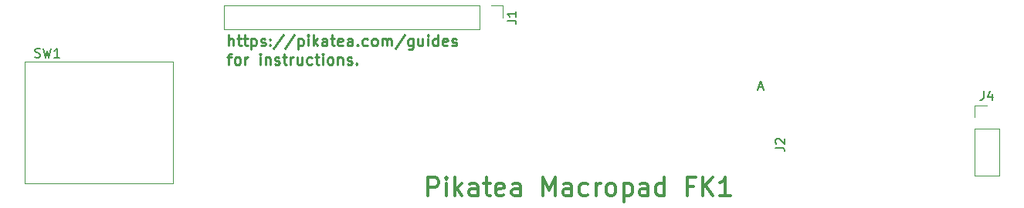
<source format=gbr>
%TF.GenerationSoftware,KiCad,Pcbnew,(5.1.6)-1*%
%TF.CreationDate,2022-01-12T10:05:38-06:00*%
%TF.ProjectId,Pikatea Macropad FK1,50696b61-7465-4612-904d-6163726f7061,rev?*%
%TF.SameCoordinates,Original*%
%TF.FileFunction,Legend,Top*%
%TF.FilePolarity,Positive*%
%FSLAX46Y46*%
G04 Gerber Fmt 4.6, Leading zero omitted, Abs format (unit mm)*
G04 Created by KiCad (PCBNEW (5.1.6)-1) date 2022-01-12 10:05:38*
%MOMM*%
%LPD*%
G01*
G04 APERTURE LIST*
%ADD10C,0.250000*%
%ADD11C,0.150000*%
%ADD12C,0.300000*%
%ADD13C,0.120000*%
G04 APERTURE END LIST*
D10*
X114659314Y-96456957D02*
X114659314Y-95256957D01*
X115173600Y-96456957D02*
X115173600Y-95828385D01*
X115116457Y-95714100D01*
X115002171Y-95656957D01*
X114830742Y-95656957D01*
X114716457Y-95714100D01*
X114659314Y-95771242D01*
X115573600Y-95656957D02*
X116030742Y-95656957D01*
X115745028Y-95256957D02*
X115745028Y-96285528D01*
X115802171Y-96399814D01*
X115916457Y-96456957D01*
X116030742Y-96456957D01*
X116259314Y-95656957D02*
X116716457Y-95656957D01*
X116430742Y-95256957D02*
X116430742Y-96285528D01*
X116487885Y-96399814D01*
X116602171Y-96456957D01*
X116716457Y-96456957D01*
X117116457Y-95656957D02*
X117116457Y-96856957D01*
X117116457Y-95714100D02*
X117230742Y-95656957D01*
X117459314Y-95656957D01*
X117573600Y-95714100D01*
X117630742Y-95771242D01*
X117687885Y-95885528D01*
X117687885Y-96228385D01*
X117630742Y-96342671D01*
X117573600Y-96399814D01*
X117459314Y-96456957D01*
X117230742Y-96456957D01*
X117116457Y-96399814D01*
X118145028Y-96399814D02*
X118259314Y-96456957D01*
X118487885Y-96456957D01*
X118602171Y-96399814D01*
X118659314Y-96285528D01*
X118659314Y-96228385D01*
X118602171Y-96114100D01*
X118487885Y-96056957D01*
X118316457Y-96056957D01*
X118202171Y-95999814D01*
X118145028Y-95885528D01*
X118145028Y-95828385D01*
X118202171Y-95714100D01*
X118316457Y-95656957D01*
X118487885Y-95656957D01*
X118602171Y-95714100D01*
X119173600Y-96342671D02*
X119230742Y-96399814D01*
X119173600Y-96456957D01*
X119116457Y-96399814D01*
X119173600Y-96342671D01*
X119173600Y-96456957D01*
X119173600Y-95714100D02*
X119230742Y-95771242D01*
X119173600Y-95828385D01*
X119116457Y-95771242D01*
X119173600Y-95714100D01*
X119173600Y-95828385D01*
X120602171Y-95199814D02*
X119573600Y-96742671D01*
X121859314Y-95199814D02*
X120830742Y-96742671D01*
X122259314Y-95656957D02*
X122259314Y-96856957D01*
X122259314Y-95714100D02*
X122373600Y-95656957D01*
X122602171Y-95656957D01*
X122716457Y-95714100D01*
X122773600Y-95771242D01*
X122830742Y-95885528D01*
X122830742Y-96228385D01*
X122773600Y-96342671D01*
X122716457Y-96399814D01*
X122602171Y-96456957D01*
X122373600Y-96456957D01*
X122259314Y-96399814D01*
X123345028Y-96456957D02*
X123345028Y-95656957D01*
X123345028Y-95256957D02*
X123287885Y-95314100D01*
X123345028Y-95371242D01*
X123402171Y-95314100D01*
X123345028Y-95256957D01*
X123345028Y-95371242D01*
X123916457Y-96456957D02*
X123916457Y-95256957D01*
X124030742Y-95999814D02*
X124373600Y-96456957D01*
X124373600Y-95656957D02*
X123916457Y-96114100D01*
X125402171Y-96456957D02*
X125402171Y-95828385D01*
X125345028Y-95714100D01*
X125230742Y-95656957D01*
X125002171Y-95656957D01*
X124887885Y-95714100D01*
X125402171Y-96399814D02*
X125287885Y-96456957D01*
X125002171Y-96456957D01*
X124887885Y-96399814D01*
X124830742Y-96285528D01*
X124830742Y-96171242D01*
X124887885Y-96056957D01*
X125002171Y-95999814D01*
X125287885Y-95999814D01*
X125402171Y-95942671D01*
X125802171Y-95656957D02*
X126259314Y-95656957D01*
X125973600Y-95256957D02*
X125973600Y-96285528D01*
X126030742Y-96399814D01*
X126145028Y-96456957D01*
X126259314Y-96456957D01*
X127116457Y-96399814D02*
X127002171Y-96456957D01*
X126773600Y-96456957D01*
X126659314Y-96399814D01*
X126602171Y-96285528D01*
X126602171Y-95828385D01*
X126659314Y-95714100D01*
X126773600Y-95656957D01*
X127002171Y-95656957D01*
X127116457Y-95714100D01*
X127173600Y-95828385D01*
X127173600Y-95942671D01*
X126602171Y-96056957D01*
X128202171Y-96456957D02*
X128202171Y-95828385D01*
X128145028Y-95714100D01*
X128030742Y-95656957D01*
X127802171Y-95656957D01*
X127687885Y-95714100D01*
X128202171Y-96399814D02*
X128087885Y-96456957D01*
X127802171Y-96456957D01*
X127687885Y-96399814D01*
X127630742Y-96285528D01*
X127630742Y-96171242D01*
X127687885Y-96056957D01*
X127802171Y-95999814D01*
X128087885Y-95999814D01*
X128202171Y-95942671D01*
X128773600Y-96342671D02*
X128830742Y-96399814D01*
X128773600Y-96456957D01*
X128716457Y-96399814D01*
X128773600Y-96342671D01*
X128773600Y-96456957D01*
X129859314Y-96399814D02*
X129745028Y-96456957D01*
X129516457Y-96456957D01*
X129402171Y-96399814D01*
X129345028Y-96342671D01*
X129287885Y-96228385D01*
X129287885Y-95885528D01*
X129345028Y-95771242D01*
X129402171Y-95714100D01*
X129516457Y-95656957D01*
X129745028Y-95656957D01*
X129859314Y-95714100D01*
X130545028Y-96456957D02*
X130430742Y-96399814D01*
X130373600Y-96342671D01*
X130316457Y-96228385D01*
X130316457Y-95885528D01*
X130373600Y-95771242D01*
X130430742Y-95714100D01*
X130545028Y-95656957D01*
X130716457Y-95656957D01*
X130830742Y-95714100D01*
X130887885Y-95771242D01*
X130945028Y-95885528D01*
X130945028Y-96228385D01*
X130887885Y-96342671D01*
X130830742Y-96399814D01*
X130716457Y-96456957D01*
X130545028Y-96456957D01*
X131459314Y-96456957D02*
X131459314Y-95656957D01*
X131459314Y-95771242D02*
X131516457Y-95714100D01*
X131630742Y-95656957D01*
X131802171Y-95656957D01*
X131916457Y-95714100D01*
X131973600Y-95828385D01*
X131973600Y-96456957D01*
X131973600Y-95828385D02*
X132030742Y-95714100D01*
X132145028Y-95656957D01*
X132316457Y-95656957D01*
X132430742Y-95714100D01*
X132487885Y-95828385D01*
X132487885Y-96456957D01*
X133916457Y-95199814D02*
X132887885Y-96742671D01*
X134830742Y-95656957D02*
X134830742Y-96628385D01*
X134773600Y-96742671D01*
X134716457Y-96799814D01*
X134602171Y-96856957D01*
X134430742Y-96856957D01*
X134316457Y-96799814D01*
X134830742Y-96399814D02*
X134716457Y-96456957D01*
X134487885Y-96456957D01*
X134373600Y-96399814D01*
X134316457Y-96342671D01*
X134259314Y-96228385D01*
X134259314Y-95885528D01*
X134316457Y-95771242D01*
X134373600Y-95714100D01*
X134487885Y-95656957D01*
X134716457Y-95656957D01*
X134830742Y-95714100D01*
X135916457Y-95656957D02*
X135916457Y-96456957D01*
X135402171Y-95656957D02*
X135402171Y-96285528D01*
X135459314Y-96399814D01*
X135573600Y-96456957D01*
X135745028Y-96456957D01*
X135859314Y-96399814D01*
X135916457Y-96342671D01*
X136487885Y-96456957D02*
X136487885Y-95656957D01*
X136487885Y-95256957D02*
X136430742Y-95314100D01*
X136487885Y-95371242D01*
X136545028Y-95314100D01*
X136487885Y-95256957D01*
X136487885Y-95371242D01*
X137573600Y-96456957D02*
X137573600Y-95256957D01*
X137573600Y-96399814D02*
X137459314Y-96456957D01*
X137230742Y-96456957D01*
X137116457Y-96399814D01*
X137059314Y-96342671D01*
X137002171Y-96228385D01*
X137002171Y-95885528D01*
X137059314Y-95771242D01*
X137116457Y-95714100D01*
X137230742Y-95656957D01*
X137459314Y-95656957D01*
X137573600Y-95714100D01*
X138602171Y-96399814D02*
X138487885Y-96456957D01*
X138259314Y-96456957D01*
X138145028Y-96399814D01*
X138087885Y-96285528D01*
X138087885Y-95828385D01*
X138145028Y-95714100D01*
X138259314Y-95656957D01*
X138487885Y-95656957D01*
X138602171Y-95714100D01*
X138659314Y-95828385D01*
X138659314Y-95942671D01*
X138087885Y-96056957D01*
X139116457Y-96399814D02*
X139230742Y-96456957D01*
X139459314Y-96456957D01*
X139573600Y-96399814D01*
X139630742Y-96285528D01*
X139630742Y-96228385D01*
X139573600Y-96114100D01*
X139459314Y-96056957D01*
X139287885Y-96056957D01*
X139173600Y-95999814D01*
X139116457Y-95885528D01*
X139116457Y-95828385D01*
X139173600Y-95714100D01*
X139287885Y-95656957D01*
X139459314Y-95656957D01*
X139573600Y-95714100D01*
X114487885Y-97706957D02*
X114945028Y-97706957D01*
X114659314Y-98506957D02*
X114659314Y-97478385D01*
X114716457Y-97364100D01*
X114830742Y-97306957D01*
X114945028Y-97306957D01*
X115516457Y-98506957D02*
X115402171Y-98449814D01*
X115345028Y-98392671D01*
X115287885Y-98278385D01*
X115287885Y-97935528D01*
X115345028Y-97821242D01*
X115402171Y-97764100D01*
X115516457Y-97706957D01*
X115687885Y-97706957D01*
X115802171Y-97764100D01*
X115859314Y-97821242D01*
X115916457Y-97935528D01*
X115916457Y-98278385D01*
X115859314Y-98392671D01*
X115802171Y-98449814D01*
X115687885Y-98506957D01*
X115516457Y-98506957D01*
X116430742Y-98506957D02*
X116430742Y-97706957D01*
X116430742Y-97935528D02*
X116487885Y-97821242D01*
X116545028Y-97764100D01*
X116659314Y-97706957D01*
X116773600Y-97706957D01*
X118087885Y-98506957D02*
X118087885Y-97706957D01*
X118087885Y-97306957D02*
X118030742Y-97364100D01*
X118087885Y-97421242D01*
X118145028Y-97364100D01*
X118087885Y-97306957D01*
X118087885Y-97421242D01*
X118659314Y-97706957D02*
X118659314Y-98506957D01*
X118659314Y-97821242D02*
X118716457Y-97764100D01*
X118830742Y-97706957D01*
X119002171Y-97706957D01*
X119116457Y-97764100D01*
X119173600Y-97878385D01*
X119173600Y-98506957D01*
X119687885Y-98449814D02*
X119802171Y-98506957D01*
X120030742Y-98506957D01*
X120145028Y-98449814D01*
X120202171Y-98335528D01*
X120202171Y-98278385D01*
X120145028Y-98164100D01*
X120030742Y-98106957D01*
X119859314Y-98106957D01*
X119745028Y-98049814D01*
X119687885Y-97935528D01*
X119687885Y-97878385D01*
X119745028Y-97764100D01*
X119859314Y-97706957D01*
X120030742Y-97706957D01*
X120145028Y-97764100D01*
X120545028Y-97706957D02*
X121002171Y-97706957D01*
X120716457Y-97306957D02*
X120716457Y-98335528D01*
X120773600Y-98449814D01*
X120887885Y-98506957D01*
X121002171Y-98506957D01*
X121402171Y-98506957D02*
X121402171Y-97706957D01*
X121402171Y-97935528D02*
X121459314Y-97821242D01*
X121516457Y-97764100D01*
X121630742Y-97706957D01*
X121745028Y-97706957D01*
X122659314Y-97706957D02*
X122659314Y-98506957D01*
X122145028Y-97706957D02*
X122145028Y-98335528D01*
X122202171Y-98449814D01*
X122316457Y-98506957D01*
X122487885Y-98506957D01*
X122602171Y-98449814D01*
X122659314Y-98392671D01*
X123745028Y-98449814D02*
X123630742Y-98506957D01*
X123402171Y-98506957D01*
X123287885Y-98449814D01*
X123230742Y-98392671D01*
X123173600Y-98278385D01*
X123173600Y-97935528D01*
X123230742Y-97821242D01*
X123287885Y-97764100D01*
X123402171Y-97706957D01*
X123630742Y-97706957D01*
X123745028Y-97764100D01*
X124087885Y-97706957D02*
X124545028Y-97706957D01*
X124259314Y-97306957D02*
X124259314Y-98335528D01*
X124316457Y-98449814D01*
X124430742Y-98506957D01*
X124545028Y-98506957D01*
X124945028Y-98506957D02*
X124945028Y-97706957D01*
X124945028Y-97306957D02*
X124887885Y-97364100D01*
X124945028Y-97421242D01*
X125002171Y-97364100D01*
X124945028Y-97306957D01*
X124945028Y-97421242D01*
X125687885Y-98506957D02*
X125573600Y-98449814D01*
X125516457Y-98392671D01*
X125459314Y-98278385D01*
X125459314Y-97935528D01*
X125516457Y-97821242D01*
X125573600Y-97764100D01*
X125687885Y-97706957D01*
X125859314Y-97706957D01*
X125973600Y-97764100D01*
X126030742Y-97821242D01*
X126087885Y-97935528D01*
X126087885Y-98278385D01*
X126030742Y-98392671D01*
X125973600Y-98449814D01*
X125859314Y-98506957D01*
X125687885Y-98506957D01*
X126602171Y-97706957D02*
X126602171Y-98506957D01*
X126602171Y-97821242D02*
X126659314Y-97764100D01*
X126773600Y-97706957D01*
X126945028Y-97706957D01*
X127059314Y-97764100D01*
X127116457Y-97878385D01*
X127116457Y-98506957D01*
X127630742Y-98449814D02*
X127745028Y-98506957D01*
X127973600Y-98506957D01*
X128087885Y-98449814D01*
X128145028Y-98335528D01*
X128145028Y-98278385D01*
X128087885Y-98164100D01*
X127973600Y-98106957D01*
X127802171Y-98106957D01*
X127687885Y-98049814D01*
X127630742Y-97935528D01*
X127630742Y-97878385D01*
X127687885Y-97764100D01*
X127802171Y-97706957D01*
X127973600Y-97706957D01*
X128087885Y-97764100D01*
X128659314Y-98392671D02*
X128716457Y-98449814D01*
X128659314Y-98506957D01*
X128602171Y-98449814D01*
X128659314Y-98392671D01*
X128659314Y-98506957D01*
D11*
X172735904Y-101004666D02*
X173212095Y-101004666D01*
X172640666Y-101290380D02*
X172974000Y-100290380D01*
X173307333Y-101290380D01*
D12*
X136511190Y-112918761D02*
X136511190Y-110918761D01*
X137273095Y-110918761D01*
X137463571Y-111014000D01*
X137558809Y-111109238D01*
X137654047Y-111299714D01*
X137654047Y-111585428D01*
X137558809Y-111775904D01*
X137463571Y-111871142D01*
X137273095Y-111966380D01*
X136511190Y-111966380D01*
X138511190Y-112918761D02*
X138511190Y-111585428D01*
X138511190Y-110918761D02*
X138415952Y-111014000D01*
X138511190Y-111109238D01*
X138606428Y-111014000D01*
X138511190Y-110918761D01*
X138511190Y-111109238D01*
X139463571Y-112918761D02*
X139463571Y-110918761D01*
X139654047Y-112156857D02*
X140225476Y-112918761D01*
X140225476Y-111585428D02*
X139463571Y-112347333D01*
X141939761Y-112918761D02*
X141939761Y-111871142D01*
X141844523Y-111680666D01*
X141654047Y-111585428D01*
X141273095Y-111585428D01*
X141082619Y-111680666D01*
X141939761Y-112823523D02*
X141749285Y-112918761D01*
X141273095Y-112918761D01*
X141082619Y-112823523D01*
X140987380Y-112633047D01*
X140987380Y-112442571D01*
X141082619Y-112252095D01*
X141273095Y-112156857D01*
X141749285Y-112156857D01*
X141939761Y-112061619D01*
X142606428Y-111585428D02*
X143368333Y-111585428D01*
X142892142Y-110918761D02*
X142892142Y-112633047D01*
X142987380Y-112823523D01*
X143177857Y-112918761D01*
X143368333Y-112918761D01*
X144796904Y-112823523D02*
X144606428Y-112918761D01*
X144225476Y-112918761D01*
X144035000Y-112823523D01*
X143939761Y-112633047D01*
X143939761Y-111871142D01*
X144035000Y-111680666D01*
X144225476Y-111585428D01*
X144606428Y-111585428D01*
X144796904Y-111680666D01*
X144892142Y-111871142D01*
X144892142Y-112061619D01*
X143939761Y-112252095D01*
X146606428Y-112918761D02*
X146606428Y-111871142D01*
X146511190Y-111680666D01*
X146320714Y-111585428D01*
X145939761Y-111585428D01*
X145749285Y-111680666D01*
X146606428Y-112823523D02*
X146415952Y-112918761D01*
X145939761Y-112918761D01*
X145749285Y-112823523D01*
X145654047Y-112633047D01*
X145654047Y-112442571D01*
X145749285Y-112252095D01*
X145939761Y-112156857D01*
X146415952Y-112156857D01*
X146606428Y-112061619D01*
X149082619Y-112918761D02*
X149082619Y-110918761D01*
X149749285Y-112347333D01*
X150415952Y-110918761D01*
X150415952Y-112918761D01*
X152225476Y-112918761D02*
X152225476Y-111871142D01*
X152130238Y-111680666D01*
X151939761Y-111585428D01*
X151558809Y-111585428D01*
X151368333Y-111680666D01*
X152225476Y-112823523D02*
X152035000Y-112918761D01*
X151558809Y-112918761D01*
X151368333Y-112823523D01*
X151273095Y-112633047D01*
X151273095Y-112442571D01*
X151368333Y-112252095D01*
X151558809Y-112156857D01*
X152035000Y-112156857D01*
X152225476Y-112061619D01*
X154035000Y-112823523D02*
X153844523Y-112918761D01*
X153463571Y-112918761D01*
X153273095Y-112823523D01*
X153177857Y-112728285D01*
X153082619Y-112537809D01*
X153082619Y-111966380D01*
X153177857Y-111775904D01*
X153273095Y-111680666D01*
X153463571Y-111585428D01*
X153844523Y-111585428D01*
X154035000Y-111680666D01*
X154892142Y-112918761D02*
X154892142Y-111585428D01*
X154892142Y-111966380D02*
X154987380Y-111775904D01*
X155082619Y-111680666D01*
X155273095Y-111585428D01*
X155463571Y-111585428D01*
X156415952Y-112918761D02*
X156225476Y-112823523D01*
X156130238Y-112728285D01*
X156035000Y-112537809D01*
X156035000Y-111966380D01*
X156130238Y-111775904D01*
X156225476Y-111680666D01*
X156415952Y-111585428D01*
X156701666Y-111585428D01*
X156892142Y-111680666D01*
X156987380Y-111775904D01*
X157082619Y-111966380D01*
X157082619Y-112537809D01*
X156987380Y-112728285D01*
X156892142Y-112823523D01*
X156701666Y-112918761D01*
X156415952Y-112918761D01*
X157939761Y-111585428D02*
X157939761Y-113585428D01*
X157939761Y-111680666D02*
X158130238Y-111585428D01*
X158511190Y-111585428D01*
X158701666Y-111680666D01*
X158796904Y-111775904D01*
X158892142Y-111966380D01*
X158892142Y-112537809D01*
X158796904Y-112728285D01*
X158701666Y-112823523D01*
X158511190Y-112918761D01*
X158130238Y-112918761D01*
X157939761Y-112823523D01*
X160606428Y-112918761D02*
X160606428Y-111871142D01*
X160511190Y-111680666D01*
X160320714Y-111585428D01*
X159939761Y-111585428D01*
X159749285Y-111680666D01*
X160606428Y-112823523D02*
X160415952Y-112918761D01*
X159939761Y-112918761D01*
X159749285Y-112823523D01*
X159654047Y-112633047D01*
X159654047Y-112442571D01*
X159749285Y-112252095D01*
X159939761Y-112156857D01*
X160415952Y-112156857D01*
X160606428Y-112061619D01*
X162415952Y-112918761D02*
X162415952Y-110918761D01*
X162415952Y-112823523D02*
X162225476Y-112918761D01*
X161844523Y-112918761D01*
X161654047Y-112823523D01*
X161558809Y-112728285D01*
X161463571Y-112537809D01*
X161463571Y-111966380D01*
X161558809Y-111775904D01*
X161654047Y-111680666D01*
X161844523Y-111585428D01*
X162225476Y-111585428D01*
X162415952Y-111680666D01*
X165558809Y-111871142D02*
X164892142Y-111871142D01*
X164892142Y-112918761D02*
X164892142Y-110918761D01*
X165844523Y-110918761D01*
X166606428Y-112918761D02*
X166606428Y-110918761D01*
X167749285Y-112918761D02*
X166892142Y-111775904D01*
X167749285Y-110918761D02*
X166606428Y-112061619D01*
X169654047Y-112918761D02*
X168511190Y-112918761D01*
X169082619Y-112918761D02*
X169082619Y-110918761D01*
X168892142Y-111204476D01*
X168701666Y-111394952D01*
X168511190Y-111490190D01*
D13*
%TO.C,J1*%
X144713000Y-92015000D02*
X144713000Y-93345000D01*
X143383000Y-92015000D02*
X144713000Y-92015000D01*
X142113000Y-92015000D02*
X142113000Y-94675000D01*
X142113000Y-94675000D02*
X114113000Y-94675000D01*
X142113000Y-92015000D02*
X114113000Y-92015000D01*
X114113000Y-92015000D02*
X114113000Y-94675000D01*
%TO.C,J4*%
X196430000Y-110720000D02*
X199090000Y-110720000D01*
X196430000Y-105580000D02*
X196430000Y-110720000D01*
X199090000Y-105580000D02*
X199090000Y-110720000D01*
X196430000Y-105580000D02*
X199090000Y-105580000D01*
X196430000Y-104310000D02*
X196430000Y-102980000D01*
X196430000Y-102980000D02*
X197760000Y-102980000D01*
%TO.C,SW1*%
X108500000Y-111600000D02*
X92300000Y-111600000D01*
X92300000Y-98200000D02*
X108500000Y-98200000D01*
X108500000Y-111600000D02*
X108500000Y-98200000D01*
X92300000Y-111600000D02*
X92300000Y-98200000D01*
%TO.C,J1*%
D11*
X145165380Y-93678333D02*
X145879666Y-93678333D01*
X146022523Y-93725952D01*
X146117761Y-93821190D01*
X146165380Y-93964047D01*
X146165380Y-94059285D01*
X146165380Y-92678333D02*
X146165380Y-93249761D01*
X146165380Y-92964047D02*
X145165380Y-92964047D01*
X145308238Y-93059285D01*
X145403476Y-93154523D01*
X145451095Y-93249761D01*
%TO.C,J2*%
X174585380Y-107648333D02*
X175299666Y-107648333D01*
X175442523Y-107695952D01*
X175537761Y-107791190D01*
X175585380Y-107934047D01*
X175585380Y-108029285D01*
X174680619Y-107219761D02*
X174633000Y-107172142D01*
X174585380Y-107076904D01*
X174585380Y-106838809D01*
X174633000Y-106743571D01*
X174680619Y-106695952D01*
X174775857Y-106648333D01*
X174871095Y-106648333D01*
X175013952Y-106695952D01*
X175585380Y-107267380D01*
X175585380Y-106648333D01*
%TO.C,J4*%
X197426666Y-101432380D02*
X197426666Y-102146666D01*
X197379047Y-102289523D01*
X197283809Y-102384761D01*
X197140952Y-102432380D01*
X197045714Y-102432380D01*
X198331428Y-101765714D02*
X198331428Y-102432380D01*
X198093333Y-101384761D02*
X197855238Y-102099047D01*
X198474285Y-102099047D01*
%TO.C,SW1*%
X93408666Y-97686761D02*
X93551523Y-97734380D01*
X93789619Y-97734380D01*
X93884857Y-97686761D01*
X93932476Y-97639142D01*
X93980095Y-97543904D01*
X93980095Y-97448666D01*
X93932476Y-97353428D01*
X93884857Y-97305809D01*
X93789619Y-97258190D01*
X93599142Y-97210571D01*
X93503904Y-97162952D01*
X93456285Y-97115333D01*
X93408666Y-97020095D01*
X93408666Y-96924857D01*
X93456285Y-96829619D01*
X93503904Y-96782000D01*
X93599142Y-96734380D01*
X93837238Y-96734380D01*
X93980095Y-96782000D01*
X94313428Y-96734380D02*
X94551523Y-97734380D01*
X94742000Y-97020095D01*
X94932476Y-97734380D01*
X95170571Y-96734380D01*
X96075333Y-97734380D02*
X95503904Y-97734380D01*
X95789619Y-97734380D02*
X95789619Y-96734380D01*
X95694380Y-96877238D01*
X95599142Y-96972476D01*
X95503904Y-97020095D01*
%TD*%
M02*

</source>
